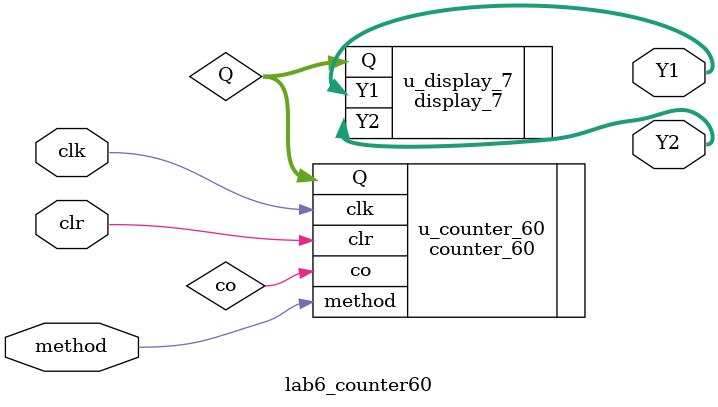
<source format=v>
module lab6_counter60(clk, clr, method, Y1, Y2);
    input wire clk;
    input wire clr;
    input wire method;
    output wire [3:0] Y1;
    output wire [3:0] Y2;
    
    wire [5:0] Q;
    wire co;

    counter_60 u_counter_60 (
        .clk(clk),
        .clr(clr),
        .method(method),
        .Q(Q),
        .co(co)
    );

    display_7 u_display_7 (
        .Q(Q),
        .Y1(Y1),
        .Y2(Y2)
    );

endmodule
</source>
